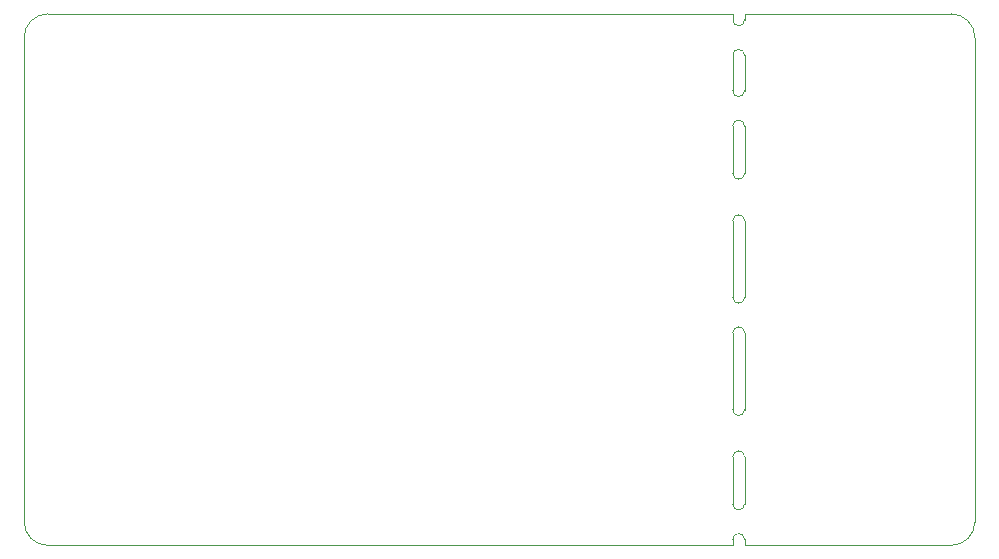
<source format=gbr>
G04 #@! TF.GenerationSoftware,KiCad,Pcbnew,(5.1.7)-1*
G04 #@! TF.CreationDate,2020-11-22T23:18:21+01:00*
G04 #@! TF.ProjectId,lora,6c6f7261-2e6b-4696-9361-645f70636258,rev?*
G04 #@! TF.SameCoordinates,Original*
G04 #@! TF.FileFunction,Profile,NP*
%FSLAX46Y46*%
G04 Gerber Fmt 4.6, Leading zero omitted, Abs format (unit mm)*
G04 Created by KiCad (PCBNEW (5.1.7)-1) date 2020-11-22 23:18:21*
%MOMM*%
%LPD*%
G01*
G04 APERTURE LIST*
G04 #@! TA.AperFunction,Profile*
%ADD10C,0.050000*%
G04 #@! TD*
G04 APERTURE END LIST*
D10*
X172000000Y-137000000D02*
G75*
G02*
X170000000Y-135000000I0J2000000D01*
G01*
X170000000Y-94000000D02*
G75*
G02*
X172000000Y-92000000I2000000J0D01*
G01*
X250500000Y-135000000D02*
G75*
G02*
X248500000Y-137000000I-2000000J0D01*
G01*
X248500000Y-92000000D02*
G75*
G02*
X250500000Y-94000000I0J-2000000D01*
G01*
X230000000Y-116000000D02*
X230000000Y-110000000D01*
X231000000Y-110000000D02*
X231000000Y-116000000D01*
X230000000Y-102000000D02*
X230000000Y-105000000D01*
X231000000Y-105000000D02*
X231000000Y-102000000D01*
X230000000Y-98500000D02*
X230000000Y-95500000D01*
X231000000Y-95500000D02*
X231000000Y-98500000D01*
X231000000Y-133500000D02*
G75*
G02*
X230000000Y-133500000I-500000J0D01*
G01*
X231000000Y-133500000D02*
X231000000Y-133000000D01*
X230000000Y-133000000D02*
X230000000Y-133500000D01*
X230000000Y-129500000D02*
G75*
G02*
X231000000Y-129500000I500000J0D01*
G01*
X231000000Y-133000000D02*
X231000000Y-129500000D01*
X230000000Y-129500000D02*
X230000000Y-133000000D01*
X231000000Y-125500000D02*
G75*
G02*
X230000000Y-125500000I-500000J0D01*
G01*
X230000000Y-119000000D02*
G75*
G02*
X231000000Y-119000000I500000J0D01*
G01*
X231000000Y-125500000D02*
X231000000Y-119000000D01*
X230000000Y-119000000D02*
X230000000Y-125500000D01*
X231000000Y-116000000D02*
G75*
G02*
X230000000Y-116000000I-500000J0D01*
G01*
X230000000Y-109500000D02*
G75*
G02*
X231000000Y-109500000I500000J0D01*
G01*
X231000000Y-110000000D02*
X231000000Y-109500000D01*
X230000000Y-109500000D02*
X230000000Y-110000000D01*
X231000000Y-105500000D02*
G75*
G02*
X230000000Y-105500000I-500000J0D01*
G01*
X231000000Y-105500000D02*
X231000000Y-105000000D01*
X230000000Y-105000000D02*
X230000000Y-105500000D01*
X230000000Y-101500000D02*
G75*
G02*
X231000000Y-101500000I500000J0D01*
G01*
X231000000Y-102000000D02*
X231000000Y-101500000D01*
X230000000Y-101500000D02*
X230000000Y-102000000D01*
X230000000Y-137000000D02*
X172000000Y-137000000D01*
X248500000Y-137000000D02*
X231000000Y-137000000D01*
X230000000Y-92500000D02*
X230000000Y-92000000D01*
X230000000Y-92000000D02*
X172000000Y-92000000D01*
X248500000Y-92000000D02*
X231000000Y-92000000D01*
X231000000Y-137000000D02*
X231000000Y-136500000D01*
X230000000Y-136500000D02*
X230000000Y-137000000D01*
X230000000Y-136500000D02*
G75*
G02*
X231000000Y-136500000I500000J0D01*
G01*
X230000000Y-95500000D02*
G75*
G02*
X231000000Y-95500000I500000J0D01*
G01*
X231000000Y-98500000D02*
G75*
G02*
X230000000Y-98500000I-500000J0D01*
G01*
X231000000Y-92500000D02*
X231000000Y-92000000D01*
X231000000Y-92500000D02*
G75*
G02*
X230000000Y-92500000I-500000J0D01*
G01*
X250500000Y-94000000D02*
X250500000Y-135000000D01*
X170000000Y-135000000D02*
X170000000Y-94000000D01*
M02*

</source>
